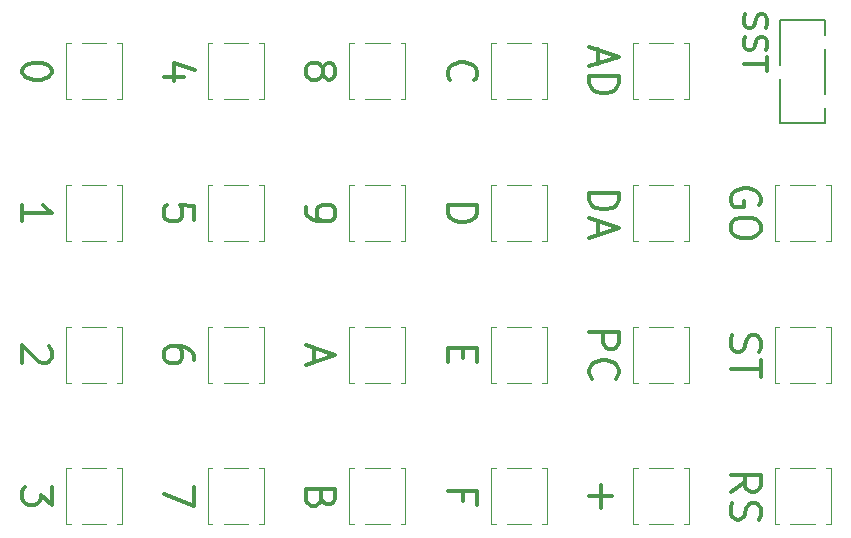
<source format=gbr>
%TF.GenerationSoftware,KiCad,Pcbnew,7.0.2*%
%TF.CreationDate,2023-05-23T20:45:41+02:00*%
%TF.ProjectId,kim-1-keypad,6b696d2d-312d-46b6-9579-7061642e6b69,rev?*%
%TF.SameCoordinates,Original*%
%TF.FileFunction,Legend,Top*%
%TF.FilePolarity,Positive*%
%FSLAX46Y46*%
G04 Gerber Fmt 4.6, Leading zero omitted, Abs format (unit mm)*
G04 Created by KiCad (PCBNEW 7.0.2) date 2023-05-23 20:45:41*
%MOMM*%
%LPD*%
G01*
G04 APERTURE LIST*
%ADD10C,0.350000*%
%ADD11C,0.120000*%
%ADD12C,0.127000*%
G04 APERTURE END LIST*
D10*
%TO.C,SW11*%
X119857738Y-103194762D02*
X119857738Y-104385238D01*
X119143452Y-102956667D02*
X121643452Y-103790000D01*
X121643452Y-103790000D02*
X119143452Y-104623333D01*
%TO.C,SW1*%
X97643452Y-79670952D02*
X97643452Y-79909047D01*
X97643452Y-79909047D02*
X97524404Y-80147143D01*
X97524404Y-80147143D02*
X97405357Y-80266190D01*
X97405357Y-80266190D02*
X97167261Y-80385238D01*
X97167261Y-80385238D02*
X96691071Y-80504285D01*
X96691071Y-80504285D02*
X96095833Y-80504285D01*
X96095833Y-80504285D02*
X95619642Y-80385238D01*
X95619642Y-80385238D02*
X95381547Y-80266190D01*
X95381547Y-80266190D02*
X95262500Y-80147143D01*
X95262500Y-80147143D02*
X95143452Y-79909047D01*
X95143452Y-79909047D02*
X95143452Y-79670952D01*
X95143452Y-79670952D02*
X95262500Y-79432857D01*
X95262500Y-79432857D02*
X95381547Y-79313809D01*
X95381547Y-79313809D02*
X95619642Y-79194762D01*
X95619642Y-79194762D02*
X96095833Y-79075714D01*
X96095833Y-79075714D02*
X96691071Y-79075714D01*
X96691071Y-79075714D02*
X97167261Y-79194762D01*
X97167261Y-79194762D02*
X97405357Y-79313809D01*
X97405357Y-79313809D02*
X97524404Y-79432857D01*
X97524404Y-79432857D02*
X97643452Y-79670952D01*
%TO.C,SW14*%
X131143452Y-91135238D02*
X133643452Y-91135238D01*
X133643452Y-91135238D02*
X133643452Y-91730476D01*
X133643452Y-91730476D02*
X133524404Y-92087619D01*
X133524404Y-92087619D02*
X133286309Y-92325714D01*
X133286309Y-92325714D02*
X133048214Y-92444761D01*
X133048214Y-92444761D02*
X132572023Y-92563809D01*
X132572023Y-92563809D02*
X132214880Y-92563809D01*
X132214880Y-92563809D02*
X131738690Y-92444761D01*
X131738690Y-92444761D02*
X131500595Y-92325714D01*
X131500595Y-92325714D02*
X131262500Y-92087619D01*
X131262500Y-92087619D02*
X131143452Y-91730476D01*
X131143452Y-91730476D02*
X131143452Y-91135238D01*
%TO.C,SW8*%
X109643452Y-114956666D02*
X109643452Y-116623333D01*
X109643452Y-116623333D02*
X107143452Y-115551904D01*
%TO.C,SW20*%
X157524404Y-91135237D02*
X157643452Y-90897142D01*
X157643452Y-90897142D02*
X157643452Y-90539999D01*
X157643452Y-90539999D02*
X157524404Y-90182856D01*
X157524404Y-90182856D02*
X157286309Y-89944761D01*
X157286309Y-89944761D02*
X157048214Y-89825714D01*
X157048214Y-89825714D02*
X156572023Y-89706666D01*
X156572023Y-89706666D02*
X156214880Y-89706666D01*
X156214880Y-89706666D02*
X155738690Y-89825714D01*
X155738690Y-89825714D02*
X155500595Y-89944761D01*
X155500595Y-89944761D02*
X155262500Y-90182856D01*
X155262500Y-90182856D02*
X155143452Y-90539999D01*
X155143452Y-90539999D02*
X155143452Y-90778095D01*
X155143452Y-90778095D02*
X155262500Y-91135237D01*
X155262500Y-91135237D02*
X155381547Y-91254285D01*
X155381547Y-91254285D02*
X156214880Y-91254285D01*
X156214880Y-91254285D02*
X156214880Y-90778095D01*
X157643452Y-92801904D02*
X157643452Y-93278095D01*
X157643452Y-93278095D02*
X157524404Y-93516190D01*
X157524404Y-93516190D02*
X157286309Y-93754285D01*
X157286309Y-93754285D02*
X156810119Y-93873333D01*
X156810119Y-93873333D02*
X155976785Y-93873333D01*
X155976785Y-93873333D02*
X155500595Y-93754285D01*
X155500595Y-93754285D02*
X155262500Y-93516190D01*
X155262500Y-93516190D02*
X155143452Y-93278095D01*
X155143452Y-93278095D02*
X155143452Y-92801904D01*
X155143452Y-92801904D02*
X155262500Y-92563809D01*
X155262500Y-92563809D02*
X155500595Y-92325714D01*
X155500595Y-92325714D02*
X155976785Y-92206666D01*
X155976785Y-92206666D02*
X156810119Y-92206666D01*
X156810119Y-92206666D02*
X157286309Y-92325714D01*
X157286309Y-92325714D02*
X157524404Y-92563809D01*
X157524404Y-92563809D02*
X157643452Y-92801904D01*
%TO.C,SW19*%
X144095833Y-114837619D02*
X144095833Y-116742381D01*
X143143452Y-115790000D02*
X145048214Y-115790000D01*
%TO.C,SW18*%
X143143452Y-90063810D02*
X145643452Y-90063810D01*
X145643452Y-90063810D02*
X145643452Y-90659048D01*
X145643452Y-90659048D02*
X145524404Y-91016191D01*
X145524404Y-91016191D02*
X145286309Y-91254286D01*
X145286309Y-91254286D02*
X145048214Y-91373333D01*
X145048214Y-91373333D02*
X144572023Y-91492381D01*
X144572023Y-91492381D02*
X144214880Y-91492381D01*
X144214880Y-91492381D02*
X143738690Y-91373333D01*
X143738690Y-91373333D02*
X143500595Y-91254286D01*
X143500595Y-91254286D02*
X143262500Y-91016191D01*
X143262500Y-91016191D02*
X143143452Y-90659048D01*
X143143452Y-90659048D02*
X143143452Y-90063810D01*
X143857738Y-92444762D02*
X143857738Y-93635238D01*
X143143452Y-92206667D02*
X145643452Y-93040000D01*
X145643452Y-93040000D02*
X143143452Y-93873333D01*
%TO.C,SW16*%
X132452976Y-116147143D02*
X132452976Y-115313810D01*
X131143452Y-115313810D02*
X133643452Y-115313810D01*
X133643452Y-115313810D02*
X133643452Y-116504286D01*
%TO.C,SW4*%
X97643452Y-114956666D02*
X97643452Y-116504285D01*
X97643452Y-116504285D02*
X96691071Y-115670952D01*
X96691071Y-115670952D02*
X96691071Y-116028095D01*
X96691071Y-116028095D02*
X96572023Y-116266190D01*
X96572023Y-116266190D02*
X96452976Y-116385238D01*
X96452976Y-116385238D02*
X96214880Y-116504285D01*
X96214880Y-116504285D02*
X95619642Y-116504285D01*
X95619642Y-116504285D02*
X95381547Y-116385238D01*
X95381547Y-116385238D02*
X95262500Y-116266190D01*
X95262500Y-116266190D02*
X95143452Y-116028095D01*
X95143452Y-116028095D02*
X95143452Y-115313809D01*
X95143452Y-115313809D02*
X95262500Y-115075714D01*
X95262500Y-115075714D02*
X95381547Y-114956666D01*
%TO.C,SW21*%
X143143452Y-101885238D02*
X145643452Y-101885238D01*
X145643452Y-101885238D02*
X145643452Y-102837619D01*
X145643452Y-102837619D02*
X145524404Y-103075714D01*
X145524404Y-103075714D02*
X145405357Y-103194761D01*
X145405357Y-103194761D02*
X145167261Y-103313809D01*
X145167261Y-103313809D02*
X144810119Y-103313809D01*
X144810119Y-103313809D02*
X144572023Y-103194761D01*
X144572023Y-103194761D02*
X144452976Y-103075714D01*
X144452976Y-103075714D02*
X144333928Y-102837619D01*
X144333928Y-102837619D02*
X144333928Y-101885238D01*
X143381547Y-105813809D02*
X143262500Y-105694761D01*
X143262500Y-105694761D02*
X143143452Y-105337619D01*
X143143452Y-105337619D02*
X143143452Y-105099523D01*
X143143452Y-105099523D02*
X143262500Y-104742380D01*
X143262500Y-104742380D02*
X143500595Y-104504285D01*
X143500595Y-104504285D02*
X143738690Y-104385238D01*
X143738690Y-104385238D02*
X144214880Y-104266190D01*
X144214880Y-104266190D02*
X144572023Y-104266190D01*
X144572023Y-104266190D02*
X145048214Y-104385238D01*
X145048214Y-104385238D02*
X145286309Y-104504285D01*
X145286309Y-104504285D02*
X145524404Y-104742380D01*
X145524404Y-104742380D02*
X145643452Y-105099523D01*
X145643452Y-105099523D02*
X145643452Y-105337619D01*
X145643452Y-105337619D02*
X145524404Y-105694761D01*
X145524404Y-105694761D02*
X145405357Y-105813809D01*
%TO.C,SW10*%
X119143452Y-91313809D02*
X119143452Y-91790000D01*
X119143452Y-91790000D02*
X119262500Y-92028095D01*
X119262500Y-92028095D02*
X119381547Y-92147143D01*
X119381547Y-92147143D02*
X119738690Y-92385238D01*
X119738690Y-92385238D02*
X120214880Y-92504285D01*
X120214880Y-92504285D02*
X121167261Y-92504285D01*
X121167261Y-92504285D02*
X121405357Y-92385238D01*
X121405357Y-92385238D02*
X121524404Y-92266190D01*
X121524404Y-92266190D02*
X121643452Y-92028095D01*
X121643452Y-92028095D02*
X121643452Y-91551904D01*
X121643452Y-91551904D02*
X121524404Y-91313809D01*
X121524404Y-91313809D02*
X121405357Y-91194762D01*
X121405357Y-91194762D02*
X121167261Y-91075714D01*
X121167261Y-91075714D02*
X120572023Y-91075714D01*
X120572023Y-91075714D02*
X120333928Y-91194762D01*
X120333928Y-91194762D02*
X120214880Y-91313809D01*
X120214880Y-91313809D02*
X120095833Y-91551904D01*
X120095833Y-91551904D02*
X120095833Y-92028095D01*
X120095833Y-92028095D02*
X120214880Y-92266190D01*
X120214880Y-92266190D02*
X120333928Y-92385238D01*
X120333928Y-92385238D02*
X120572023Y-92504285D01*
%TO.C,SW22*%
X155262500Y-102123333D02*
X155143452Y-102480476D01*
X155143452Y-102480476D02*
X155143452Y-103075714D01*
X155143452Y-103075714D02*
X155262500Y-103313809D01*
X155262500Y-103313809D02*
X155381547Y-103432857D01*
X155381547Y-103432857D02*
X155619642Y-103551904D01*
X155619642Y-103551904D02*
X155857738Y-103551904D01*
X155857738Y-103551904D02*
X156095833Y-103432857D01*
X156095833Y-103432857D02*
X156214880Y-103313809D01*
X156214880Y-103313809D02*
X156333928Y-103075714D01*
X156333928Y-103075714D02*
X156452976Y-102599523D01*
X156452976Y-102599523D02*
X156572023Y-102361428D01*
X156572023Y-102361428D02*
X156691071Y-102242381D01*
X156691071Y-102242381D02*
X156929166Y-102123333D01*
X156929166Y-102123333D02*
X157167261Y-102123333D01*
X157167261Y-102123333D02*
X157405357Y-102242381D01*
X157405357Y-102242381D02*
X157524404Y-102361428D01*
X157524404Y-102361428D02*
X157643452Y-102599523D01*
X157643452Y-102599523D02*
X157643452Y-103194762D01*
X157643452Y-103194762D02*
X157524404Y-103551904D01*
X157643452Y-104266190D02*
X157643452Y-105694761D01*
X155143452Y-104980475D02*
X157643452Y-104980475D01*
%TO.C,SW17*%
X143857738Y-77944762D02*
X143857738Y-79135238D01*
X143143452Y-77706667D02*
X145643452Y-78540000D01*
X145643452Y-78540000D02*
X143143452Y-79373333D01*
X143143452Y-80206667D02*
X145643452Y-80206667D01*
X145643452Y-80206667D02*
X145643452Y-80801905D01*
X145643452Y-80801905D02*
X145524404Y-81159048D01*
X145524404Y-81159048D02*
X145286309Y-81397143D01*
X145286309Y-81397143D02*
X145048214Y-81516190D01*
X145048214Y-81516190D02*
X144572023Y-81635238D01*
X144572023Y-81635238D02*
X144214880Y-81635238D01*
X144214880Y-81635238D02*
X143738690Y-81516190D01*
X143738690Y-81516190D02*
X143500595Y-81397143D01*
X143500595Y-81397143D02*
X143262500Y-81159048D01*
X143262500Y-81159048D02*
X143143452Y-80801905D01*
X143143452Y-80801905D02*
X143143452Y-80206667D01*
%TO.C,SW23*%
X155143452Y-115373333D02*
X156333928Y-114540000D01*
X155143452Y-113944762D02*
X157643452Y-113944762D01*
X157643452Y-113944762D02*
X157643452Y-114897143D01*
X157643452Y-114897143D02*
X157524404Y-115135238D01*
X157524404Y-115135238D02*
X157405357Y-115254285D01*
X157405357Y-115254285D02*
X157167261Y-115373333D01*
X157167261Y-115373333D02*
X156810119Y-115373333D01*
X156810119Y-115373333D02*
X156572023Y-115254285D01*
X156572023Y-115254285D02*
X156452976Y-115135238D01*
X156452976Y-115135238D02*
X156333928Y-114897143D01*
X156333928Y-114897143D02*
X156333928Y-113944762D01*
X155262500Y-116325714D02*
X155143452Y-116682857D01*
X155143452Y-116682857D02*
X155143452Y-117278095D01*
X155143452Y-117278095D02*
X155262500Y-117516190D01*
X155262500Y-117516190D02*
X155381547Y-117635238D01*
X155381547Y-117635238D02*
X155619642Y-117754285D01*
X155619642Y-117754285D02*
X155857738Y-117754285D01*
X155857738Y-117754285D02*
X156095833Y-117635238D01*
X156095833Y-117635238D02*
X156214880Y-117516190D01*
X156214880Y-117516190D02*
X156333928Y-117278095D01*
X156333928Y-117278095D02*
X156452976Y-116801904D01*
X156452976Y-116801904D02*
X156572023Y-116563809D01*
X156572023Y-116563809D02*
X156691071Y-116444762D01*
X156691071Y-116444762D02*
X156929166Y-116325714D01*
X156929166Y-116325714D02*
X157167261Y-116325714D01*
X157167261Y-116325714D02*
X157405357Y-116444762D01*
X157405357Y-116444762D02*
X157524404Y-116563809D01*
X157524404Y-116563809D02*
X157643452Y-116801904D01*
X157643452Y-116801904D02*
X157643452Y-117397143D01*
X157643452Y-117397143D02*
X157524404Y-117754285D01*
%TO.C,SW7*%
X109643452Y-104266190D02*
X109643452Y-103790000D01*
X109643452Y-103790000D02*
X109524404Y-103551904D01*
X109524404Y-103551904D02*
X109405357Y-103432857D01*
X109405357Y-103432857D02*
X109048214Y-103194762D01*
X109048214Y-103194762D02*
X108572023Y-103075714D01*
X108572023Y-103075714D02*
X107619642Y-103075714D01*
X107619642Y-103075714D02*
X107381547Y-103194762D01*
X107381547Y-103194762D02*
X107262500Y-103313809D01*
X107262500Y-103313809D02*
X107143452Y-103551904D01*
X107143452Y-103551904D02*
X107143452Y-104028095D01*
X107143452Y-104028095D02*
X107262500Y-104266190D01*
X107262500Y-104266190D02*
X107381547Y-104385238D01*
X107381547Y-104385238D02*
X107619642Y-104504285D01*
X107619642Y-104504285D02*
X108214880Y-104504285D01*
X108214880Y-104504285D02*
X108452976Y-104385238D01*
X108452976Y-104385238D02*
X108572023Y-104266190D01*
X108572023Y-104266190D02*
X108691071Y-104028095D01*
X108691071Y-104028095D02*
X108691071Y-103551904D01*
X108691071Y-103551904D02*
X108572023Y-103313809D01*
X108572023Y-103313809D02*
X108452976Y-103194762D01*
X108452976Y-103194762D02*
X108214880Y-103075714D01*
%TO.C,SW3*%
X97405357Y-103075714D02*
X97524404Y-103194762D01*
X97524404Y-103194762D02*
X97643452Y-103432857D01*
X97643452Y-103432857D02*
X97643452Y-104028095D01*
X97643452Y-104028095D02*
X97524404Y-104266190D01*
X97524404Y-104266190D02*
X97405357Y-104385238D01*
X97405357Y-104385238D02*
X97167261Y-104504285D01*
X97167261Y-104504285D02*
X96929166Y-104504285D01*
X96929166Y-104504285D02*
X96572023Y-104385238D01*
X96572023Y-104385238D02*
X95143452Y-102956666D01*
X95143452Y-102956666D02*
X95143452Y-104504285D01*
%TO.C,SW6*%
X109643452Y-92385238D02*
X109643452Y-91194762D01*
X109643452Y-91194762D02*
X108452976Y-91075714D01*
X108452976Y-91075714D02*
X108572023Y-91194762D01*
X108572023Y-91194762D02*
X108691071Y-91432857D01*
X108691071Y-91432857D02*
X108691071Y-92028095D01*
X108691071Y-92028095D02*
X108572023Y-92266190D01*
X108572023Y-92266190D02*
X108452976Y-92385238D01*
X108452976Y-92385238D02*
X108214880Y-92504285D01*
X108214880Y-92504285D02*
X107619642Y-92504285D01*
X107619642Y-92504285D02*
X107381547Y-92385238D01*
X107381547Y-92385238D02*
X107262500Y-92266190D01*
X107262500Y-92266190D02*
X107143452Y-92028095D01*
X107143452Y-92028095D02*
X107143452Y-91432857D01*
X107143452Y-91432857D02*
X107262500Y-91194762D01*
X107262500Y-91194762D02*
X107381547Y-91075714D01*
%TO.C,SW13*%
X131381547Y-80563809D02*
X131262500Y-80444761D01*
X131262500Y-80444761D02*
X131143452Y-80087619D01*
X131143452Y-80087619D02*
X131143452Y-79849523D01*
X131143452Y-79849523D02*
X131262500Y-79492380D01*
X131262500Y-79492380D02*
X131500595Y-79254285D01*
X131500595Y-79254285D02*
X131738690Y-79135238D01*
X131738690Y-79135238D02*
X132214880Y-79016190D01*
X132214880Y-79016190D02*
X132572023Y-79016190D01*
X132572023Y-79016190D02*
X133048214Y-79135238D01*
X133048214Y-79135238D02*
X133286309Y-79254285D01*
X133286309Y-79254285D02*
X133524404Y-79492380D01*
X133524404Y-79492380D02*
X133643452Y-79849523D01*
X133643452Y-79849523D02*
X133643452Y-80087619D01*
X133643452Y-80087619D02*
X133524404Y-80444761D01*
X133524404Y-80444761D02*
X133405357Y-80563809D01*
%TO.C,SW15*%
X132452976Y-103254286D02*
X132452976Y-104087619D01*
X131143452Y-104444762D02*
X131143452Y-103254286D01*
X131143452Y-103254286D02*
X133643452Y-103254286D01*
X133643452Y-103254286D02*
X133643452Y-104444762D01*
%TO.C,SW2*%
X95143452Y-92504285D02*
X95143452Y-91075714D01*
X95143452Y-91790000D02*
X97643452Y-91790000D01*
X97643452Y-91790000D02*
X97286309Y-91551904D01*
X97286309Y-91551904D02*
X97048214Y-91313809D01*
X97048214Y-91313809D02*
X96929166Y-91075714D01*
%TO.C,SW5*%
X108810119Y-80266190D02*
X107143452Y-80266190D01*
X109762500Y-79670952D02*
X107976785Y-79075714D01*
X107976785Y-79075714D02*
X107976785Y-80623333D01*
%TO.C,SW12*%
X120452976Y-115968571D02*
X120333928Y-116325714D01*
X120333928Y-116325714D02*
X120214880Y-116444761D01*
X120214880Y-116444761D02*
X119976785Y-116563809D01*
X119976785Y-116563809D02*
X119619642Y-116563809D01*
X119619642Y-116563809D02*
X119381547Y-116444761D01*
X119381547Y-116444761D02*
X119262500Y-116325714D01*
X119262500Y-116325714D02*
X119143452Y-116087619D01*
X119143452Y-116087619D02*
X119143452Y-115135238D01*
X119143452Y-115135238D02*
X121643452Y-115135238D01*
X121643452Y-115135238D02*
X121643452Y-115968571D01*
X121643452Y-115968571D02*
X121524404Y-116206666D01*
X121524404Y-116206666D02*
X121405357Y-116325714D01*
X121405357Y-116325714D02*
X121167261Y-116444761D01*
X121167261Y-116444761D02*
X120929166Y-116444761D01*
X120929166Y-116444761D02*
X120691071Y-116325714D01*
X120691071Y-116325714D02*
X120572023Y-116206666D01*
X120572023Y-116206666D02*
X120452976Y-115968571D01*
X120452976Y-115968571D02*
X120452976Y-115135238D01*
%TO.C,SW9*%
X120572023Y-79551904D02*
X120691071Y-79313809D01*
X120691071Y-79313809D02*
X120810119Y-79194762D01*
X120810119Y-79194762D02*
X121048214Y-79075714D01*
X121048214Y-79075714D02*
X121167261Y-79075714D01*
X121167261Y-79075714D02*
X121405357Y-79194762D01*
X121405357Y-79194762D02*
X121524404Y-79313809D01*
X121524404Y-79313809D02*
X121643452Y-79551904D01*
X121643452Y-79551904D02*
X121643452Y-80028095D01*
X121643452Y-80028095D02*
X121524404Y-80266190D01*
X121524404Y-80266190D02*
X121405357Y-80385238D01*
X121405357Y-80385238D02*
X121167261Y-80504285D01*
X121167261Y-80504285D02*
X121048214Y-80504285D01*
X121048214Y-80504285D02*
X120810119Y-80385238D01*
X120810119Y-80385238D02*
X120691071Y-80266190D01*
X120691071Y-80266190D02*
X120572023Y-80028095D01*
X120572023Y-80028095D02*
X120572023Y-79551904D01*
X120572023Y-79551904D02*
X120452976Y-79313809D01*
X120452976Y-79313809D02*
X120333928Y-79194762D01*
X120333928Y-79194762D02*
X120095833Y-79075714D01*
X120095833Y-79075714D02*
X119619642Y-79075714D01*
X119619642Y-79075714D02*
X119381547Y-79194762D01*
X119381547Y-79194762D02*
X119262500Y-79313809D01*
X119262500Y-79313809D02*
X119143452Y-79551904D01*
X119143452Y-79551904D02*
X119143452Y-80028095D01*
X119143452Y-80028095D02*
X119262500Y-80266190D01*
X119262500Y-80266190D02*
X119381547Y-80385238D01*
X119381547Y-80385238D02*
X119619642Y-80504285D01*
X119619642Y-80504285D02*
X120095833Y-80504285D01*
X120095833Y-80504285D02*
X120333928Y-80385238D01*
X120333928Y-80385238D02*
X120452976Y-80266190D01*
X120452976Y-80266190D02*
X120572023Y-80028095D01*
%TO.C,SW24*%
X156320000Y-74964285D02*
X156224761Y-75249999D01*
X156224761Y-75249999D02*
X156224761Y-75726190D01*
X156224761Y-75726190D02*
X156320000Y-75916666D01*
X156320000Y-75916666D02*
X156415238Y-76011904D01*
X156415238Y-76011904D02*
X156605714Y-76107142D01*
X156605714Y-76107142D02*
X156796190Y-76107142D01*
X156796190Y-76107142D02*
X156986666Y-76011904D01*
X156986666Y-76011904D02*
X157081904Y-75916666D01*
X157081904Y-75916666D02*
X157177142Y-75726190D01*
X157177142Y-75726190D02*
X157272380Y-75345237D01*
X157272380Y-75345237D02*
X157367619Y-75154761D01*
X157367619Y-75154761D02*
X157462857Y-75059523D01*
X157462857Y-75059523D02*
X157653333Y-74964285D01*
X157653333Y-74964285D02*
X157843809Y-74964285D01*
X157843809Y-74964285D02*
X158034285Y-75059523D01*
X158034285Y-75059523D02*
X158129523Y-75154761D01*
X158129523Y-75154761D02*
X158224761Y-75345237D01*
X158224761Y-75345237D02*
X158224761Y-75821428D01*
X158224761Y-75821428D02*
X158129523Y-76107142D01*
X156320000Y-76869047D02*
X156224761Y-77154761D01*
X156224761Y-77154761D02*
X156224761Y-77630952D01*
X156224761Y-77630952D02*
X156320000Y-77821428D01*
X156320000Y-77821428D02*
X156415238Y-77916666D01*
X156415238Y-77916666D02*
X156605714Y-78011904D01*
X156605714Y-78011904D02*
X156796190Y-78011904D01*
X156796190Y-78011904D02*
X156986666Y-77916666D01*
X156986666Y-77916666D02*
X157081904Y-77821428D01*
X157081904Y-77821428D02*
X157177142Y-77630952D01*
X157177142Y-77630952D02*
X157272380Y-77249999D01*
X157272380Y-77249999D02*
X157367619Y-77059523D01*
X157367619Y-77059523D02*
X157462857Y-76964285D01*
X157462857Y-76964285D02*
X157653333Y-76869047D01*
X157653333Y-76869047D02*
X157843809Y-76869047D01*
X157843809Y-76869047D02*
X158034285Y-76964285D01*
X158034285Y-76964285D02*
X158129523Y-77059523D01*
X158129523Y-77059523D02*
X158224761Y-77249999D01*
X158224761Y-77249999D02*
X158224761Y-77726190D01*
X158224761Y-77726190D02*
X158129523Y-78011904D01*
X158224761Y-78583333D02*
X158224761Y-79726190D01*
X156224761Y-79154761D02*
X158224761Y-79154761D01*
D11*
%TO.C,SW11*%
X127580000Y-101420000D02*
X127180000Y-101420000D01*
X127580000Y-101420000D02*
X127580000Y-106160000D01*
X124180000Y-101420000D02*
X126240000Y-101420000D01*
X122840000Y-101420000D02*
X123240000Y-101420000D01*
X122840000Y-101420000D02*
X122840000Y-106160000D01*
X127580000Y-106160000D02*
X127180000Y-106160000D01*
X124180000Y-106160000D02*
X126240000Y-106160000D01*
X122840000Y-106160000D02*
X123240000Y-106160000D01*
%TO.C,SW1*%
X103580000Y-77420000D02*
X103180000Y-77420000D01*
X103580000Y-77420000D02*
X103580000Y-82160000D01*
X100180000Y-77420000D02*
X102240000Y-77420000D01*
X98840000Y-77420000D02*
X99240000Y-77420000D01*
X98840000Y-77420000D02*
X98840000Y-82160000D01*
X103580000Y-82160000D02*
X103180000Y-82160000D01*
X100180000Y-82160000D02*
X102240000Y-82160000D01*
X98840000Y-82160000D02*
X99240000Y-82160000D01*
%TO.C,SW14*%
X139580000Y-89420000D02*
X139180000Y-89420000D01*
X139580000Y-89420000D02*
X139580000Y-94160000D01*
X136180000Y-89420000D02*
X138240000Y-89420000D01*
X134840000Y-89420000D02*
X135240000Y-89420000D01*
X134840000Y-89420000D02*
X134840000Y-94160000D01*
X139580000Y-94160000D02*
X139180000Y-94160000D01*
X136180000Y-94160000D02*
X138240000Y-94160000D01*
X134840000Y-94160000D02*
X135240000Y-94160000D01*
%TO.C,SW8*%
X115580000Y-113420000D02*
X115180000Y-113420000D01*
X115580000Y-113420000D02*
X115580000Y-118160000D01*
X112180000Y-113420000D02*
X114240000Y-113420000D01*
X110840000Y-113420000D02*
X111240000Y-113420000D01*
X110840000Y-113420000D02*
X110840000Y-118160000D01*
X115580000Y-118160000D02*
X115180000Y-118160000D01*
X112180000Y-118160000D02*
X114240000Y-118160000D01*
X110840000Y-118160000D02*
X111240000Y-118160000D01*
%TO.C,SW20*%
X163580000Y-89420000D02*
X163180000Y-89420000D01*
X163580000Y-89420000D02*
X163580000Y-94160000D01*
X160180000Y-89420000D02*
X162240000Y-89420000D01*
X158840000Y-89420000D02*
X159240000Y-89420000D01*
X158840000Y-89420000D02*
X158840000Y-94160000D01*
X163580000Y-94160000D02*
X163180000Y-94160000D01*
X160180000Y-94160000D02*
X162240000Y-94160000D01*
X158840000Y-94160000D02*
X159240000Y-94160000D01*
%TO.C,SW19*%
X151580000Y-113420000D02*
X151180000Y-113420000D01*
X151580000Y-113420000D02*
X151580000Y-118160000D01*
X148180000Y-113420000D02*
X150240000Y-113420000D01*
X146840000Y-113420000D02*
X147240000Y-113420000D01*
X146840000Y-113420000D02*
X146840000Y-118160000D01*
X151580000Y-118160000D02*
X151180000Y-118160000D01*
X148180000Y-118160000D02*
X150240000Y-118160000D01*
X146840000Y-118160000D02*
X147240000Y-118160000D01*
%TO.C,SW18*%
X151580000Y-89420000D02*
X151180000Y-89420000D01*
X151580000Y-89420000D02*
X151580000Y-94160000D01*
X148180000Y-89420000D02*
X150240000Y-89420000D01*
X146840000Y-89420000D02*
X147240000Y-89420000D01*
X146840000Y-89420000D02*
X146840000Y-94160000D01*
X151580000Y-94160000D02*
X151180000Y-94160000D01*
X148180000Y-94160000D02*
X150240000Y-94160000D01*
X146840000Y-94160000D02*
X147240000Y-94160000D01*
%TO.C,SW16*%
X139580000Y-113420000D02*
X139180000Y-113420000D01*
X139580000Y-113420000D02*
X139580000Y-118160000D01*
X136180000Y-113420000D02*
X138240000Y-113420000D01*
X134840000Y-113420000D02*
X135240000Y-113420000D01*
X134840000Y-113420000D02*
X134840000Y-118160000D01*
X139580000Y-118160000D02*
X139180000Y-118160000D01*
X136180000Y-118160000D02*
X138240000Y-118160000D01*
X134840000Y-118160000D02*
X135240000Y-118160000D01*
%TO.C,SW4*%
X103580000Y-113420000D02*
X103180000Y-113420000D01*
X103580000Y-113420000D02*
X103580000Y-118160000D01*
X100180000Y-113420000D02*
X102240000Y-113420000D01*
X98840000Y-113420000D02*
X99240000Y-113420000D01*
X98840000Y-113420000D02*
X98840000Y-118160000D01*
X103580000Y-118160000D02*
X103180000Y-118160000D01*
X100180000Y-118160000D02*
X102240000Y-118160000D01*
X98840000Y-118160000D02*
X99240000Y-118160000D01*
%TO.C,SW21*%
X151580000Y-101420000D02*
X151180000Y-101420000D01*
X151580000Y-101420000D02*
X151580000Y-106160000D01*
X148180000Y-101420000D02*
X150240000Y-101420000D01*
X146840000Y-101420000D02*
X147240000Y-101420000D01*
X146840000Y-101420000D02*
X146840000Y-106160000D01*
X151580000Y-106160000D02*
X151180000Y-106160000D01*
X148180000Y-106160000D02*
X150240000Y-106160000D01*
X146840000Y-106160000D02*
X147240000Y-106160000D01*
%TO.C,SW10*%
X127580000Y-89420000D02*
X127180000Y-89420000D01*
X127580000Y-89420000D02*
X127580000Y-94160000D01*
X124180000Y-89420000D02*
X126240000Y-89420000D01*
X122840000Y-89420000D02*
X123240000Y-89420000D01*
X122840000Y-89420000D02*
X122840000Y-94160000D01*
X127580000Y-94160000D02*
X127180000Y-94160000D01*
X124180000Y-94160000D02*
X126240000Y-94160000D01*
X122840000Y-94160000D02*
X123240000Y-94160000D01*
%TO.C,SW22*%
X163580000Y-101420000D02*
X163180000Y-101420000D01*
X163580000Y-101420000D02*
X163580000Y-106160000D01*
X160180000Y-101420000D02*
X162240000Y-101420000D01*
X158840000Y-101420000D02*
X159240000Y-101420000D01*
X158840000Y-101420000D02*
X158840000Y-106160000D01*
X163580000Y-106160000D02*
X163180000Y-106160000D01*
X160180000Y-106160000D02*
X162240000Y-106160000D01*
X158840000Y-106160000D02*
X159240000Y-106160000D01*
%TO.C,SW17*%
X151580000Y-77420000D02*
X151180000Y-77420000D01*
X151580000Y-77420000D02*
X151580000Y-82160000D01*
X148180000Y-77420000D02*
X150240000Y-77420000D01*
X146840000Y-77420000D02*
X147240000Y-77420000D01*
X146840000Y-77420000D02*
X146840000Y-82160000D01*
X151580000Y-82160000D02*
X151180000Y-82160000D01*
X148180000Y-82160000D02*
X150240000Y-82160000D01*
X146840000Y-82160000D02*
X147240000Y-82160000D01*
%TO.C,SW23*%
X163580000Y-113420000D02*
X163180000Y-113420000D01*
X163580000Y-113420000D02*
X163580000Y-118160000D01*
X160180000Y-113420000D02*
X162240000Y-113420000D01*
X158840000Y-113420000D02*
X159240000Y-113420000D01*
X158840000Y-113420000D02*
X158840000Y-118160000D01*
X163580000Y-118160000D02*
X163180000Y-118160000D01*
X160180000Y-118160000D02*
X162240000Y-118160000D01*
X158840000Y-118160000D02*
X159240000Y-118160000D01*
%TO.C,SW7*%
X115580000Y-101420000D02*
X115180000Y-101420000D01*
X115580000Y-101420000D02*
X115580000Y-106160000D01*
X112180000Y-101420000D02*
X114240000Y-101420000D01*
X110840000Y-101420000D02*
X111240000Y-101420000D01*
X110840000Y-101420000D02*
X110840000Y-106160000D01*
X115580000Y-106160000D02*
X115180000Y-106160000D01*
X112180000Y-106160000D02*
X114240000Y-106160000D01*
X110840000Y-106160000D02*
X111240000Y-106160000D01*
%TO.C,SW3*%
X103580000Y-101420000D02*
X103180000Y-101420000D01*
X103580000Y-101420000D02*
X103580000Y-106160000D01*
X100180000Y-101420000D02*
X102240000Y-101420000D01*
X98840000Y-101420000D02*
X99240000Y-101420000D01*
X98840000Y-101420000D02*
X98840000Y-106160000D01*
X103580000Y-106160000D02*
X103180000Y-106160000D01*
X100180000Y-106160000D02*
X102240000Y-106160000D01*
X98840000Y-106160000D02*
X99240000Y-106160000D01*
%TO.C,SW6*%
X115580000Y-89420000D02*
X115180000Y-89420000D01*
X115580000Y-89420000D02*
X115580000Y-94160000D01*
X112180000Y-89420000D02*
X114240000Y-89420000D01*
X110840000Y-89420000D02*
X111240000Y-89420000D01*
X110840000Y-89420000D02*
X110840000Y-94160000D01*
X115580000Y-94160000D02*
X115180000Y-94160000D01*
X112180000Y-94160000D02*
X114240000Y-94160000D01*
X110840000Y-94160000D02*
X111240000Y-94160000D01*
%TO.C,SW13*%
X139580000Y-77420000D02*
X139180000Y-77420000D01*
X139580000Y-77420000D02*
X139580000Y-82160000D01*
X136180000Y-77420000D02*
X138240000Y-77420000D01*
X134840000Y-77420000D02*
X135240000Y-77420000D01*
X134840000Y-77420000D02*
X134840000Y-82160000D01*
X139580000Y-82160000D02*
X139180000Y-82160000D01*
X136180000Y-82160000D02*
X138240000Y-82160000D01*
X134840000Y-82160000D02*
X135240000Y-82160000D01*
%TO.C,SW15*%
X139580000Y-101420000D02*
X139180000Y-101420000D01*
X139580000Y-101420000D02*
X139580000Y-106160000D01*
X136180000Y-101420000D02*
X138240000Y-101420000D01*
X134840000Y-101420000D02*
X135240000Y-101420000D01*
X134840000Y-101420000D02*
X134840000Y-106160000D01*
X139580000Y-106160000D02*
X139180000Y-106160000D01*
X136180000Y-106160000D02*
X138240000Y-106160000D01*
X134840000Y-106160000D02*
X135240000Y-106160000D01*
%TO.C,SW2*%
X103580000Y-89420000D02*
X103180000Y-89420000D01*
X103580000Y-89420000D02*
X103580000Y-94160000D01*
X100180000Y-89420000D02*
X102240000Y-89420000D01*
X98840000Y-89420000D02*
X99240000Y-89420000D01*
X98840000Y-89420000D02*
X98840000Y-94160000D01*
X103580000Y-94160000D02*
X103180000Y-94160000D01*
X100180000Y-94160000D02*
X102240000Y-94160000D01*
X98840000Y-94160000D02*
X99240000Y-94160000D01*
%TO.C,SW5*%
X115580000Y-77420000D02*
X115180000Y-77420000D01*
X115580000Y-77420000D02*
X115580000Y-82160000D01*
X112180000Y-77420000D02*
X114240000Y-77420000D01*
X110840000Y-77420000D02*
X111240000Y-77420000D01*
X110840000Y-77420000D02*
X110840000Y-82160000D01*
X115580000Y-82160000D02*
X115180000Y-82160000D01*
X112180000Y-82160000D02*
X114240000Y-82160000D01*
X110840000Y-82160000D02*
X111240000Y-82160000D01*
%TO.C,SW12*%
X127580000Y-113420000D02*
X127180000Y-113420000D01*
X127580000Y-113420000D02*
X127580000Y-118160000D01*
X124180000Y-113420000D02*
X126240000Y-113420000D01*
X122840000Y-113420000D02*
X123240000Y-113420000D01*
X122840000Y-113420000D02*
X122840000Y-118160000D01*
X127580000Y-118160000D02*
X127180000Y-118160000D01*
X124180000Y-118160000D02*
X126240000Y-118160000D01*
X122840000Y-118160000D02*
X123240000Y-118160000D01*
%TO.C,SW9*%
X127580000Y-77420000D02*
X127180000Y-77420000D01*
X127580000Y-77420000D02*
X127580000Y-82160000D01*
X124180000Y-77420000D02*
X126240000Y-77420000D01*
X122840000Y-77420000D02*
X123240000Y-77420000D01*
X122840000Y-77420000D02*
X122840000Y-82160000D01*
X127580000Y-82160000D02*
X127180000Y-82160000D01*
X124180000Y-82160000D02*
X126240000Y-82160000D01*
X122840000Y-82160000D02*
X123240000Y-82160000D01*
D12*
%TO.C,SW24*%
X159320000Y-84210000D02*
X159320000Y-80440000D01*
X163060000Y-84210000D02*
X159320000Y-84210000D01*
X163060000Y-82940000D02*
X163060000Y-84210000D01*
X163060000Y-81740000D02*
X163060000Y-77940000D01*
X159320000Y-79240000D02*
X159320000Y-75470000D01*
X159320000Y-75470000D02*
X163060000Y-75470000D01*
X163060000Y-75470000D02*
X163060000Y-76740000D01*
%TD*%
M02*

</source>
